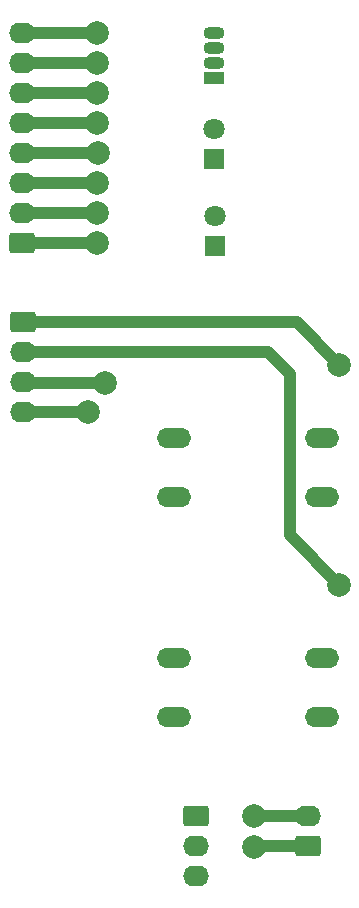
<source format=gbr>
%TF.GenerationSoftware,KiCad,Pcbnew,8.0.5*%
%TF.CreationDate,2024-11-30T13:26:41+01:00*%
%TF.ProjectId,hmi,686d692e-6b69-4636-9164-5f7063625858,rev?*%
%TF.SameCoordinates,Original*%
%TF.FileFunction,Copper,L1,Top*%
%TF.FilePolarity,Positive*%
%FSLAX46Y46*%
G04 Gerber Fmt 4.6, Leading zero omitted, Abs format (unit mm)*
G04 Created by KiCad (PCBNEW 8.0.5) date 2024-11-30 13:26:41*
%MOMM*%
%LPD*%
G01*
G04 APERTURE LIST*
G04 Aperture macros list*
%AMRoundRect*
0 Rectangle with rounded corners*
0 $1 Rounding radius*
0 $2 $3 $4 $5 $6 $7 $8 $9 X,Y pos of 4 corners*
0 Add a 4 corners polygon primitive as box body*
4,1,4,$2,$3,$4,$5,$6,$7,$8,$9,$2,$3,0*
0 Add four circle primitives for the rounded corners*
1,1,$1+$1,$2,$3*
1,1,$1+$1,$4,$5*
1,1,$1+$1,$6,$7*
1,1,$1+$1,$8,$9*
0 Add four rect primitives between the rounded corners*
20,1,$1+$1,$2,$3,$4,$5,0*
20,1,$1+$1,$4,$5,$6,$7,0*
20,1,$1+$1,$6,$7,$8,$9,0*
20,1,$1+$1,$8,$9,$2,$3,0*%
G04 Aperture macros list end*
%TA.AperFunction,ComponentPad*%
%ADD10O,2.900000X1.700000*%
%TD*%
%TA.AperFunction,ComponentPad*%
%ADD11R,1.800000X1.070000*%
%TD*%
%TA.AperFunction,ComponentPad*%
%ADD12O,1.800000X1.070000*%
%TD*%
%TA.AperFunction,ComponentPad*%
%ADD13R,1.800000X1.800000*%
%TD*%
%TA.AperFunction,ComponentPad*%
%ADD14C,1.800000*%
%TD*%
%TA.AperFunction,ComponentPad*%
%ADD15RoundRect,0.250000X-0.845000X0.620000X-0.845000X-0.620000X0.845000X-0.620000X0.845000X0.620000X0*%
%TD*%
%TA.AperFunction,ComponentPad*%
%ADD16O,2.190000X1.740000*%
%TD*%
%TA.AperFunction,ComponentPad*%
%ADD17RoundRect,0.250000X0.845000X-0.620000X0.845000X0.620000X-0.845000X0.620000X-0.845000X-0.620000X0*%
%TD*%
%TA.AperFunction,ViaPad*%
%ADD18C,2.000000*%
%TD*%
%TA.AperFunction,Conductor*%
%ADD19C,1.000000*%
%TD*%
G04 APERTURE END LIST*
D10*
%TO.P,Next/Stop,1,1*%
%TO.N,Net-(J2-Pin_3)*%
X102450000Y-113200000D03*
X89950000Y-113200000D03*
%TO.P,Next/Stop,2,2*%
%TO.N,Net-(J2-Pin_1)*%
X102450000Y-108200000D03*
X89950000Y-108200000D03*
%TD*%
D11*
%TO.P,D3_RGB,1,DO*%
%TO.N,Net-(D3-DO)*%
X93300000Y-77700000D03*
D12*
%TO.P,D3_RGB,2,GND*%
%TO.N,GND*%
X93300000Y-76430000D03*
%TO.P,D3_RGB,3,VDD*%
%TO.N,Net-(D3-VDD)*%
X93300000Y-75160000D03*
%TO.P,D3_RGB,4,DI*%
%TO.N,Net-(D3-DI)*%
X93300000Y-73890000D03*
%TD*%
D13*
%TO.P,D1_Red,1,K*%
%TO.N,Net-(D1-K)*%
X93400000Y-91975000D03*
D14*
%TO.P,D1_Red,2,A*%
%TO.N,GND*%
X93400000Y-89435000D03*
%TD*%
D13*
%TO.P,D2_Green,1,K*%
%TO.N,Net-(D2-K)*%
X93300000Y-84575000D03*
D14*
%TO.P,D2_Green,2,A*%
%TO.N,GND*%
X93300000Y-82035000D03*
%TD*%
D10*
%TO.P,Select,1,1*%
%TO.N,Net-(J2-Pin_2)*%
X89950000Y-126800000D03*
X102450000Y-126800000D03*
%TO.P,Select,2,2*%
%TO.N,Net-(J2-Pin_4)*%
X89950000Y-131800000D03*
X102450000Y-131800000D03*
%TD*%
D15*
%TO.P,BRIDGE,1,Pin_1*%
%TO.N,Net-(J3-Pin_1)*%
X91750000Y-140200000D03*
D16*
%TO.P,BRIDGE,2,Pin_2*%
%TO.N,Net-(J3-Pin_2)*%
X91750000Y-142740000D03*
%TO.P,BRIDGE,3,Pin_3*%
%TO.N,unconnected-(J3-Pin_3-Pad3)*%
X91750000Y-145280000D03*
%TD*%
D17*
%TO.P,Pwr,1,Pin_1*%
%TO.N,Net-(J3-Pin_2)*%
X101250000Y-142740000D03*
D16*
%TO.P,Pwr,2,Pin_2*%
%TO.N,Net-(J3-Pin_1)*%
X101250000Y-140200000D03*
%TD*%
D17*
%TO.P,LEDs,1,Pin_1*%
%TO.N,Net-(D1-K)*%
X77000000Y-91660000D03*
D16*
%TO.P,LEDs,2,Pin_2*%
%TO.N,Net-(D2-K)*%
X77000000Y-89120000D03*
%TO.P,LEDs,3,Pin_3*%
%TO.N,Net-(D3-DO)*%
X77000000Y-86580000D03*
%TO.P,LEDs,4,Pin_4*%
%TO.N,Net-(D3-VDD)*%
X77000000Y-84040000D03*
%TO.P,LEDs,5,Pin_5*%
%TO.N,Net-(D3-DI)*%
X77000000Y-81500000D03*
%TO.P,LEDs,6,Pin_6*%
%TO.N,GND*%
X77000000Y-78960000D03*
%TO.P,LEDs,7,Pin_7*%
X77000000Y-76420000D03*
%TO.P,LEDs,8,Pin_8*%
X77000000Y-73880000D03*
%TD*%
D15*
%TO.P,Switches,1,Pin_1*%
%TO.N,Net-(J2-Pin_1)*%
X77120000Y-98390000D03*
D16*
%TO.P,Switches,2,Pin_2*%
%TO.N,Net-(J2-Pin_2)*%
X77120000Y-100930000D03*
%TO.P,Switches,3,Pin_3*%
%TO.N,Net-(J2-Pin_3)*%
X77120000Y-103470000D03*
%TO.P,Switches,4,Pin_4*%
%TO.N,Net-(J2-Pin_4)*%
X77120000Y-106010000D03*
%TD*%
D18*
%TO.N,GND*%
X83400000Y-73880000D03*
X83380000Y-76420000D03*
X83360000Y-78960000D03*
%TO.N,Net-(D1-K)*%
X83400000Y-91660000D03*
%TO.N,Net-(D2-K)*%
X83400000Y-89120000D03*
%TO.N,Net-(D3-VDD)*%
X83460000Y-84040000D03*
%TO.N,Net-(D3-DO)*%
X83400000Y-86600000D03*
%TO.N,Net-(D3-DI)*%
X83400000Y-81500000D03*
%TO.N,Net-(J2-Pin_1)*%
X103900000Y-102000000D03*
%TO.N,Net-(J2-Pin_2)*%
X103900000Y-120600000D03*
%TO.N,Net-(J2-Pin_3)*%
X84100000Y-103500000D03*
%TO.N,Net-(J2-Pin_4)*%
X82610000Y-106010000D03*
%TO.N,Net-(J3-Pin_1)*%
X96650000Y-140200000D03*
%TO.N,Net-(J3-Pin_2)*%
X96650000Y-142800000D03*
%TD*%
D19*
%TO.N,GND*%
X77000000Y-78960000D02*
X83360000Y-78960000D01*
X77000000Y-73880000D02*
X83400000Y-73880000D01*
X77000000Y-76420000D02*
X83380000Y-76420000D01*
%TO.N,Net-(D1-K)*%
X77000000Y-91660000D02*
X83400000Y-91660000D01*
%TO.N,Net-(D2-K)*%
X77000000Y-89120000D02*
X83400000Y-89120000D01*
%TO.N,Net-(D3-VDD)*%
X83460000Y-84040000D02*
X77000000Y-84040000D01*
%TO.N,Net-(D3-DO)*%
X77000000Y-86580000D02*
X83380000Y-86580000D01*
%TO.N,Net-(D3-DI)*%
X77000000Y-81500000D02*
X83400000Y-81500000D01*
%TO.N,Net-(J2-Pin_1)*%
X89600000Y-98400000D02*
X89550000Y-98350000D01*
X77160000Y-98350000D02*
X77120000Y-98390000D01*
X89550000Y-98350000D02*
X77160000Y-98350000D01*
X100300000Y-98400000D02*
X89600000Y-98400000D01*
X103900000Y-102000000D02*
X100300000Y-98400000D01*
%TO.N,Net-(J2-Pin_2)*%
X99700000Y-116400000D02*
X103900000Y-120600000D01*
X97830000Y-100930000D02*
X99700000Y-102800000D01*
X77120000Y-100930000D02*
X97830000Y-100930000D01*
X99700000Y-102800000D02*
X99700000Y-116400000D01*
%TO.N,Net-(J2-Pin_3)*%
X77150000Y-103500000D02*
X84100000Y-103500000D01*
X77120000Y-103470000D02*
X77150000Y-103500000D01*
%TO.N,Net-(J2-Pin_4)*%
X77120000Y-106010000D02*
X82610000Y-106010000D01*
%TO.N,Net-(J3-Pin_1)*%
X101250000Y-140200000D02*
X96650000Y-140200000D01*
%TO.N,Net-(J3-Pin_2)*%
X96650000Y-142800000D02*
X96710000Y-142740000D01*
X96710000Y-142740000D02*
X101250000Y-142740000D01*
%TD*%
M02*

</source>
